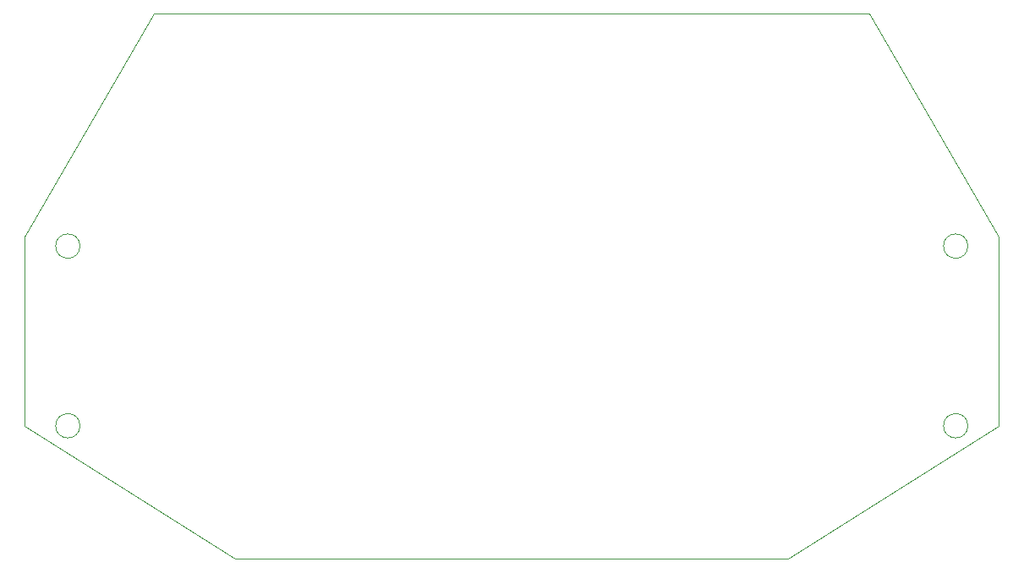
<source format=gbr>
%TF.GenerationSoftware,KiCad,Pcbnew,(6.0.9-0)*%
%TF.CreationDate,2023-03-14T17:35:55-07:00*%
%TF.ProjectId,MiniDusty,4d696e69-4475-4737-9479-2e6b69636164,rev?*%
%TF.SameCoordinates,Original*%
%TF.FileFunction,Profile,NP*%
%FSLAX46Y46*%
G04 Gerber Fmt 4.6, Leading zero omitted, Abs format (unit mm)*
G04 Created by KiCad (PCBNEW (6.0.9-0)) date 2023-03-14 17:35:55*
%MOMM*%
%LPD*%
G01*
G04 APERTURE LIST*
%TA.AperFunction,Profile*%
%ADD10C,0.100000*%
%TD*%
%TA.AperFunction,Profile*%
%ADD11C,0.120000*%
%TD*%
G04 APERTURE END LIST*
D10*
X190246000Y-96046000D02*
X190246000Y-114969000D01*
X92710000Y-114969000D02*
X92710000Y-96046000D01*
X105664000Y-73694000D02*
X92710000Y-96046000D01*
X177292000Y-73694000D02*
X105664000Y-73694000D01*
X113792000Y-128304000D02*
X169164000Y-128304000D01*
X169164000Y-128304000D02*
X190246000Y-114969000D01*
X92710000Y-114969000D02*
X113792000Y-128304000D01*
X190246000Y-96046000D02*
X177292000Y-73694000D01*
D11*
%TO.C,REF\u002A\u002A*%
X98227200Y-96972000D02*
G75*
G03*
X98227200Y-96972000I-1219200J0D01*
G01*
X98227200Y-114972000D02*
G75*
G03*
X98227200Y-114972000I-1219200J0D01*
G01*
X187127200Y-96972000D02*
G75*
G03*
X187127200Y-96972000I-1219200J0D01*
G01*
X187127200Y-114972000D02*
G75*
G03*
X187127200Y-114972000I-1219200J0D01*
G01*
%TD*%
M02*

</source>
